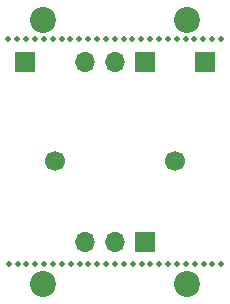
<source format=gts>
G04 #@! TF.GenerationSoftware,KiCad,Pcbnew,(7.0.0)*
G04 #@! TF.CreationDate,2023-03-27T06:12:53-05:00*
G04 #@! TF.ProjectId,he-sensor-breakout,68652d73-656e-4736-9f72-2d627265616b,rev?*
G04 #@! TF.SameCoordinates,Original*
G04 #@! TF.FileFunction,Soldermask,Top*
G04 #@! TF.FilePolarity,Negative*
%FSLAX46Y46*%
G04 Gerber Fmt 4.6, Leading zero omitted, Abs format (unit mm)*
G04 Created by KiCad (PCBNEW (7.0.0)) date 2023-03-27 06:12:53*
%MOMM*%
%LPD*%
G01*
G04 APERTURE LIST*
%ADD10C,1.700000*%
%ADD11O,1.700000X1.700000*%
%ADD12R,1.700000X1.700000*%
%ADD13C,2.200000*%
%ADD14C,0.500000*%
G04 APERTURE END LIST*
D10*
X94920000Y-100793750D03*
X105080000Y-100793750D03*
D11*
X97459999Y-107619999D03*
X99999999Y-107619999D03*
D12*
X102539999Y-107619999D03*
X92379999Y-92379999D03*
X107619999Y-92379999D03*
D13*
X93904000Y-88824000D03*
X93904000Y-111176000D03*
D14*
X109000000Y-109525000D03*
X108250000Y-109525000D03*
X107500000Y-109525000D03*
X106750000Y-109525000D03*
X106000000Y-109525000D03*
X105250000Y-109525000D03*
X104500000Y-109525000D03*
X103750000Y-109525000D03*
X103000000Y-109525000D03*
X102250000Y-109525000D03*
X101500000Y-109525000D03*
X100750000Y-109525000D03*
X100000000Y-109525000D03*
X99250000Y-109525000D03*
X98500000Y-109525000D03*
X97750000Y-109525000D03*
X97000000Y-109525000D03*
X96250000Y-109525000D03*
X95500000Y-109525000D03*
X94750000Y-109525000D03*
X94000000Y-109525000D03*
X93250000Y-109525000D03*
X92500000Y-109525000D03*
X91750000Y-109525000D03*
X91000000Y-109525000D03*
D11*
X97459999Y-92379999D03*
X99999999Y-92379999D03*
D12*
X102539999Y-92379999D03*
D14*
X108974600Y-90475000D03*
X108224600Y-90475000D03*
X107474600Y-90475000D03*
X106724600Y-90475000D03*
X105974600Y-90475000D03*
X105224600Y-90475000D03*
X104474600Y-90475000D03*
X103724600Y-90475000D03*
X102974600Y-90475000D03*
X102224600Y-90475000D03*
X101474600Y-90475000D03*
X100724600Y-90475000D03*
X99974600Y-90475000D03*
X99224600Y-90475000D03*
X98474600Y-90475000D03*
X97724600Y-90475000D03*
X96974600Y-90475000D03*
X96224600Y-90475000D03*
X95474600Y-90475000D03*
X94724600Y-90475000D03*
X93974600Y-90475000D03*
X93224600Y-90475000D03*
X92474600Y-90475000D03*
X91724600Y-90475000D03*
X90974600Y-90475000D03*
D13*
X106096000Y-111176000D03*
X106096000Y-88824000D03*
M02*

</source>
